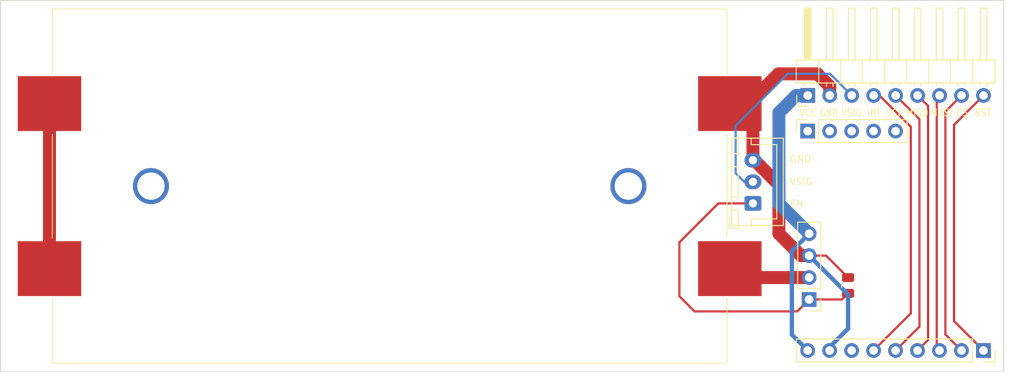
<source format=kicad_pcb>
(kicad_pcb (version 20221018) (generator pcbnew)
  (layers (0 "F.Cu" signal) (31 "B.Cu" signal) (34 "B.Paste" user) (35 "F.Paste" user) (36 "B.SilkS" user "B.Silkscreen") (37 "F.SilkS" user "F.Silkscreen") (38 "B.Mask" user) (39 "F.Mask" user) (44 "Edge.Cuts" user))
  (net 0 "")
  (net 1 "/VBAT")
  (net 2 "/GND")
  (net 3 "/EN")
  (net 4 "/VCC")
  (net 5 "/VSIG")
  (net 6 "/INT")
  (net 7 "/SCK")
  (net 8 "/MISO")
  (net 9 "/MOSI")
  (net 10 "/CS")
  (net 11 "/RST")
  (net 18 "Net-(BAT1-+-Pad4)")
  (footprint "MountingHole:MountingHole_2.2mm_M2" (layer "F.Cu") (at 108 110)
    (fp_text reference "H2" hide)
    (fp_text value "MountingHole" hide)
    (pad "" np_thru_hole circle (at 0 0) (size 2.2 2.2) (drill 2.2) (layers "*.Cu" "*.Mask"))
  )
  (footprint "MountingHole:MountingHole_2.2mm_M2" (layer "F.Cu") (at 218 92.5)
    (fp_text reference "H5" hide)
    (fp_text value "MountingHole" hide)
    (pad "" np_thru_hole circle (at 0 0) (size 2.2 2.2) (drill 2.2) (layers "*.Cu" "*.Mask"))
  )
  (footprint "MountingHole:MountingHole_2.2mm_M2" (layer "F.Cu") (at 108 75)
    (fp_text reference "H1" hide)
    (fp_text value "MountingHole" hide)
    (pad "" np_thru_hole circle (at 0 0) (size 2.2 2.2) (drill 2.2) (layers "*.Cu" "*.Mask"))
  )
  (footprint "Connector_PinHeader_2.54mm:PinHeader_1x09_P2.54mm_Horizontal" (layer "F.Cu") (at 198.34 82 90)
    (fp_text reference "J4" hide)
    (fp_text value "RPI")
    (fp_line (start -1.27 -1.27) (end 0 -1.27) (stroke (width 0.12)) (layer "F.SilkS"))
    (fp_line (start -1.27 0) (end -1.27 -1.27) (stroke (width 0.12)) (layer "F.SilkS"))
    (fp_line (start 1.042929 2.16) (end 1.44 2.16) (stroke (width 0.12)) (layer "F.SilkS"))
    (fp_line (start 1.042929 2.92) (end 1.44 2.92) (stroke (width 0.12)) (layer "F.SilkS"))
    (fp_line (start 1.042929 4.7) (end 1.44 4.7) (stroke (width 0.12)) (layer "F.SilkS"))
    (fp_line (start 1.042929 5.46) (end 1.44 5.46) (stroke (width 0.12)) (layer "F.SilkS"))
    (fp_line (start 1.042929 7.24) (end 1.44 7.24) (stroke (width 0.12)) (layer "F.SilkS"))
    (fp_line (start 1.042929 8) (end 1.44 8) (stroke (width 0.12)) (layer "F.SilkS"))
    (fp_line (start 1.042929 9.78) (end 1.44 9.78) (stroke (width 0.12)) (layer "F.SilkS"))
    (fp_line (start 1.042929 10.54) (end 1.44 10.54) (stroke (width 0.12)) (layer "F.SilkS"))
    (fp_line (start 1.042929 12.32) (end 1.44 12.32) (stroke (width 0.12)) (layer "F.SilkS"))
    (fp_line (start 1.042929 13.08) (end 1.44 13.08) (stroke (width 0.12)) (layer "F.SilkS"))
    (fp_line (start 1.042929 14.86) (end 1.44 14.86) (stroke (width 0.12)) (layer "F.SilkS"))
    (fp_line (start 1.042929 15.62) (end 1.44 15.62) (stroke (width 0.12)) (layer "F.SilkS"))
    (fp_line (start 1.042929 17.4) (end 1.44 17.4) (stroke (width 0.12)) (layer "F.SilkS"))
    (fp_line (start 1.042929 18.16) (end 1.44 18.16) (stroke (width 0.12)) (layer "F.SilkS"))
    (fp_line (start 1.042929 19.94) (end 1.44 19.94) (stroke (width 0.12)) (layer "F.SilkS"))
    (fp_line (start 1.042929 20.7) (end 1.44 20.7) (stroke (width 0.12)) (layer "F.SilkS"))
    (fp_line (start 1.11 -0.38) (end 1.44 -0.38) (stroke (width 0.12)) (layer "F.SilkS"))
    (fp_line (start 1.11 0.38) (end 1.44 0.38) (stroke (width 0.12)) (layer "F.SilkS"))
    (fp_line (start 1.44 -1.33) (end 1.44 21.65) (stroke (width 0.12)) (layer "F.SilkS"))
    (fp_line (start 1.44 1.27) (end 4.1 1.27) (stroke (width 0.12)) (layer "F.SilkS"))
    (fp_line (start 1.44 3.81) (end 4.1 3.81) (stroke (width 0.12)) (layer "F.SilkS"))
    (fp_line (start 1.44 6.35) (end 4.1 6.35) (stroke (width 0.12)) (layer "F.SilkS"))
    (fp_line (start 1.44 8.89) (end 4.1 8.89) (stroke (width 0.12)) (layer "F.SilkS"))
    (fp_line (start 1.44 11.43) (end 4.1 11.43) (stroke (width 0.12)) (layer "F.SilkS"))
    (fp_line (start 1.44 13.97) (end 4.1 13.97) (stroke (width 0.12)) (layer "F.SilkS"))
    (fp_line (start 1.44 16.51) (end 4.1 16.51) (stroke (width 0.12)) (layer "F.SilkS"))
    (fp_line (start 1.44 19.05) (end 4.1 19.05) (stroke (width 0.12)) (layer "F.SilkS"))
    (fp_line (start 1.44 21.65) (end 4.1 21.65) (stroke (width 0.12)) (layer "F.SilkS"))
    (fp_line (start 4.1 -1.33) (end 1.44 -1.33) (stroke (width 0.12)) (layer "F.SilkS"))
    (fp_line (start 4.1 -0.38) (end 10.1 -0.38) (stroke (width 0.12)) (layer "F.SilkS"))
    (fp_line (start 4.1 -0.32) (end 10.1 -0.32) (stroke (width 0.12)) (layer "F.SilkS"))
    (fp_line (start 4.1 -0.2) (end 10.1 -0.2) (stroke (width 0.12)) (layer "F.SilkS"))
    (fp_line (start 4.1 -0.08) (end 10.1 -0.08) (stroke (width 0.12)) (layer "F.SilkS"))
    (fp_line (start 4.1 0.04) (end 10.1 0.04) (stroke (width 0.12)) (layer "F.SilkS"))
    (fp_line (start 4.1 0.16) (end 10.1 0.16) (stroke (width 0.12)) (layer "F.SilkS"))
    (fp_line (start 4.1 0.28) (end 10.1 0.28) (stroke (width 0.12)) (layer "F.SilkS"))
    (fp_line (start 4.1 2.16) (end 10.1 2.16) (stroke (width 0.12)) (layer "F.SilkS"))
    (fp_line (start 4.1 4.7) (end 10.1 4.7) (stroke (width 0.12)) (layer "F.SilkS"))
    (fp_line (start 4.1 7.24) (end 10.1 7.24) (stroke (width 0.12)) (layer "F.SilkS"))
    (fp_line (start 4.1 9.78) (end 10.1 9.78) (stroke (width 0.12)) (layer "F.SilkS"))
    (fp_line (start 4.1 12.32) (end 10.1 12.32) (stroke (width 0.12)) (layer "F.SilkS"))
    (fp_line (start 4.1 14.86) (end 10.1 14.86) (stroke (width 0.12)) (layer "F.SilkS"))
    (fp_line (start 4.1 17.4) (end 10.1 17.4) (stroke (width 0.12)) (layer "F.SilkS"))
    (fp_line (start 4.1 19.94) (end 10.1 19.94) (stroke (width 0.12)) (layer "F.SilkS"))
    (fp_line (start 4.1 21.65) (end 4.1 -1.33) (stroke (width 0.12)) (layer "F.SilkS"))
    (fp_line (start 10.1 -0.38) (end 10.1 0.38) (stroke (width 0.12)) (layer "F.SilkS"))
    (fp_line (start 10.1 0.38) (end 4.1 0.38) (stroke (width 0.12)) (layer "F.SilkS"))
    (fp_line (start 10.1 2.16) (end 10.1 2.92) (stroke (width 0.12)) (layer "F.SilkS"))
    (fp_line (start 10.1 2.92) (end 4.1 2.92) (stroke (width 0.12)) (layer "F.SilkS"))
    (fp_line (start 10.1 4.7) (end 10.1 5.46) (stroke (width 0.12)) (layer "F.SilkS"))
    (fp_line (start 10.1 5.46) (end 4.1 5.46) (stroke (width 0.12)) (layer "F.SilkS"))
    (fp_line (start 10.1 7.24) (end 10.1 8) (stroke (width 0.12)) (layer "F.SilkS"))
    (fp_line (start 10.1 8) (end 4.1 8) (stroke (width 0.12)) (layer "F.SilkS"))
    (fp_line (start 10.1 9.78) (end 10.1 10.54) (stroke (width 0.12)) (layer "F.SilkS"))
    (fp_line (start 10.1 10.54) (end 4.1 10.54) (stroke (width 0.12)) (layer "F.SilkS"))
    (fp_line (start 10.1 12.32) (end 10.1 13.08) (stroke (width 0.12)) (layer "F.SilkS"))
    (fp_line (start 10.1 13.08) (end 4.1 13.08) (stroke (width 0.12)) (layer "F.SilkS"))
    (fp_line (start 10.1 14.86) (end 10.1 15.62) (stroke (width 0.12)) (layer "F.SilkS"))
    (fp_line (start 10.1 15.62) (end 4.1 15.62) (stroke (width 0.12)) (layer "F.SilkS"))
    (fp_line (start 10.1 17.4) (end 10.1 18.16) (stroke (width 0.12)) (layer "F.SilkS"))
    (fp_line (start 10.1 18.16) (end 4.1 18.16) (stroke (width 0.12)) (layer "F.SilkS"))
    (fp_line (start 10.1 19.94) (end 10.1 20.7) (stroke (width 0.12)) (layer "F.SilkS"))
    (fp_line (start 10.1 20.7) (end 4.1 20.7) (stroke (width 0.12)) (layer "F.SilkS"))
    (pad "1" thru_hole rect (at 0 0 90) (size 1.7 1.7) (drill 1) (layers "*.Cu" "*.Mask") (net 4 "/VCC"))
    (pad "2" thru_hole oval (at 0 2.54 90) (size 1.7 1.7) (drill 1) (layers "*.Cu" "*.Mask") (net 2 "/GND"))
    (pad "3" thru_hole oval (at 0 5.08 90) (size 1.7 1.7) (drill 1) (layers "*.Cu" "*.Mask") (net 5 "/VSIG"))
    (pad "4" thru_hole oval (at 0 7.62 90) (size 1.7 1.7) (drill 1) (layers "*.Cu" "*.Mask") (net 6 "/INT"))
    (pad "5" thru_hole oval (at 0 10.16 90) (size 1.7 1.7) (drill 1) (layers "*.Cu" "*.Mask") (net 7 "/SCK"))
    (pad "6" thru_hole oval (at 0 12.7 90) (size 1.7 1.7) (drill 1) (layers "*.Cu" "*.Mask") (net 8 "/MISO"))
    (pad "7" thru_hole oval (at 0 15.24 90) (size 1.7 1.7) (drill 1) (layers "*.Cu" "*.Mask") (net 9 "/MOSI"))
    (pad "8" thru_hole oval (at 0 17.78 90) (size 1.7 1.7) (drill 1) (layers "*.Cu" "*.Mask") (net 10 "/CS"))
    (pad "9" thru_hole oval (at 0 20.32 90) (size 1.7 1.7) (drill 1) (layers "*.Cu" "*.Mask") (net 11 "/RST"))
  )
  (footprint "MountingHole:MountingHole_2.2mm_M2" (layer "F.Cu") (at 193 110)
    (fp_text reference "H4" hide)
    (fp_text value "MountingHole" hide)
    (pad "" np_thru_hole circle (at 0 0) (size 2.2 2.2) (drill 2.2) (layers "*.Cu" "*.Mask"))
  )
  (footprint "Connector_PinHeader_2.54mm:PinHeader_1x04_P2.54mm_Vertical" (layer "F.Cu") (at 198.5 105.62 180)
    (fp_text reference "J1" hide)
    (fp_text value "CNVT")
    (fp_line (start -1.33 -1.33) (end 0 -1.33) (stroke (width 0.12)) (layer "F.SilkS"))
    (fp_line (start -1.33 0) (end -1.33 -1.33) (stroke (width 0.12)) (layer "F.SilkS"))
    (fp_line (start -1.33 1.27) (end -1.33 8.95) (stroke (width 0.12)) (layer "F.SilkS"))
    (fp_line (start -1.33 1.27) (end 1.33 1.27) (stroke (width 0.12)) (layer "F.SilkS"))
    (fp_line (start -1.33 8.95) (end 1.33 8.95) (stroke (width 0.12)) (layer "F.SilkS"))
    (fp_line (start 1.33 1.27) (end 1.33 8.95) (stroke (width 0.12)) (layer "F.SilkS"))
    (pad "1" thru_hole rect (at 0 0 180) (size 1.7 1.7) (drill 1) (layers "*.Cu" "*.Mask") (net 3 "/EN"))
    (pad "2" thru_hole oval (at 0 2.54 180) (size 1.7 1.7) (drill 1) (layers "*.Cu" "*.Mask") (net 1 "/VBAT"))
    (pad "3" thru_hole oval (at 0 5.08 180) (size 1.7 1.7) (drill 1) (layers "*.Cu" "*.Mask") (net 2 "/GND"))
    (pad "4" thru_hole oval (at 0 7.62 180) (size 1.7 1.7) (drill 1) (layers "*.Cu" "*.Mask") (net 4 "/VCC"))
  )
  (footprint "Connector_JST:JST_XH_B3B-XH-A_1x03_P2.50mm_Vertical" (layer "F.Cu") (at 192 94.5 90)
    (fp_text reference "J2" hide)
    (fp_text value "CTRL")
    (fp_line (start -2.85 -2.75) (end -2.85 -1.5) (stroke (width 0.12)) (layer "F.SilkS"))
    (fp_line (start -2.56 -2.46) (end -2.56 3.51) (stroke (width 0.12)) (layer "F.SilkS"))
    (fp_line (start -2.56 3.51) (end 7.56 3.51) (stroke (width 0.12)) (layer "F.SilkS"))
    (fp_line (start -2.55 -2.45) (end -2.55 -1.7) (stroke (width 0.12)) (layer "F.SilkS"))
    (fp_line (start -2.55 -1.7) (end -0.75 -1.7) (stroke (width 0.12)) (layer "F.SilkS"))
    (fp_line (start -2.55 -0.2) (end -1.8 -0.2) (stroke (width 0.12)) (layer "F.SilkS"))
    (fp_line (start -1.8 -0.2) (end -1.8 2.75) (stroke (width 0.12)) (layer "F.SilkS"))
    (fp_line (start -1.8 2.75) (end 2.5 2.75) (stroke (width 0.12)) (layer "F.SilkS"))
    (fp_line (start -1.6 -2.75) (end -2.85 -2.75) (stroke (width 0.12)) (layer "F.SilkS"))
    (fp_line (start -0.75 -2.45) (end -2.55 -2.45) (stroke (width 0.12)) (layer "F.SilkS"))
    (fp_line (start -0.75 -1.7) (end -0.75 -2.45) (stroke (width 0.12)) (layer "F.SilkS"))
    (fp_line (start 0.75 -2.45) (end 0.75 -1.7) (stroke (width 0.12)) (layer "F.SilkS"))
    (fp_line (start 0.75 -1.7) (end 4.25 -1.7) (stroke (width 0.12)) (layer "F.SilkS"))
    (fp_line (start 4.25 -2.45) (end 0.75 -2.45) (stroke (width 0.12)) (layer "F.SilkS"))
    (fp_line (start 4.25 -1.7) (end 4.25 -2.45) (stroke (width 0.12)) (layer "F.SilkS"))
    (fp_line (start 5.75 -2.45) (end 5.75 -1.7) (stroke (width 0.12)) (layer "F.SilkS"))
    (fp_line (start 5.75 -1.7) (end 7.55 -1.7) (stroke (width 0.12)) (layer "F.SilkS"))
    (fp_line (start 6.8 -0.2) (end 6.8 2.75) (stroke (width 0.12)) (layer "F.SilkS"))
    (fp_line (start 6.8 2.75) (end 2.5 2.75) (stroke (width 0.12)) (layer "F.SilkS"))
    (fp_line (start 7.55 -2.45) (end 5.75 -2.45) (stroke (width 0.12)) (layer "F.SilkS"))
    (fp_line (start 7.55 -1.7) (end 7.55 -2.45) (stroke (width 0.12)) (layer "F.SilkS"))
    (fp_line (start 7.55 -0.2) (end 6.8 -0.2) (stroke (width 0.12)) (layer "F.SilkS"))
    (fp_line (start 7.56 -2.46) (end -2.56 -2.46) (stroke (width 0.12)) (layer "F.SilkS"))
    (fp_line (start 7.56 3.51) (end 7.56 -2.46) (stroke (width 0.12)) (layer "F.SilkS"))
    (pad "1" thru_hole roundrect (at 0 0 90) (size 1.7 1.95) (drill 0.95) (layers "*.Cu" "*.Mask") (roundrect_rratio 0.1470588235) (net 3 "/EN"))
    (pad "2" thru_hole oval (at 2.5 0 90) (size 1.7 1.95) (drill 0.95) (layers "*.Cu" "*.Mask") (net 5 "/VSIG"))
    (pad "3" thru_hole oval (at 5 0 90) (size 1.7 1.95) (drill 0.95) (layers "*.Cu" "*.Mask") (net 2 "/GND"))
  )
  (footprint "Connector_PinSocket_2.54mm:PinSocket_1x09_P2.54mm_Vertical" (layer "F.Cu") (at 218.65 111.525 -90)
    (fp_text reference "J5" hide)
    (fp_text value "Radio")
    (fp_line (start -1.33 1.27) (end -1.33 21.65) (stroke (width 0.12)) (layer "F.SilkS"))
    (fp_line (start -1.33 1.27) (end 1.33 1.27) (stroke (width 0.12)) (layer "F.SilkS"))
    (fp_line (start -1.33 21.65) (end 1.33 21.65) (stroke (width 0.12)) (layer "F.SilkS"))
    (fp_line (start 0 -1.33) (end 1.33 -1.33) (stroke (width 0.12)) (layer "F.SilkS"))
    (fp_line (start 1.33 -1.33) (end 1.33 0) (stroke (width 0.12)) (layer "F.SilkS"))
    (fp_line (start 1.33 1.27) (end 1.33 21.65) (stroke (width 0.12)) (layer "F.SilkS"))
    (pad "1" thru_hole rect (at 0 0 270) (size 1.7 1.7) (drill 1) (layers "*.Cu" "*.Mask") (net 11 "/RST"))
    (pad "2" thru_hole oval (at 0 2.54 270) (size 1.7 1.7) (drill 1) (layers "*.Cu" "*.Mask") (net 10 "/CS"))
    (pad "3" thru_hole oval (at 0 5.08 270) (size 1.7 1.7) (drill 1) (layers "*.Cu" "*.Mask") (net 9 "/MOSI"))
    (pad "4" thru_hole oval (at 0 7.62 270) (size 1.7 1.7) (drill 1) (layers "*.Cu" "*.Mask") (net 8 "/MISO"))
    (pad "5" thru_hole oval (at 0 10.16 270) (size 1.7 1.7) (drill 1) (layers "*.Cu" "*.Mask") (net 7 "/SCK"))
    (pad "6" thru_hole oval (at 0 12.7 270) (size 1.7 1.7) (drill 1) (layers "*.Cu" "*.Mask") (net 6 "/INT"))
    (pad "7" thru_hole oval (at 0 15.24 270) (size 1.7 1.7) (drill 1) (layers "*.Cu" "*.Mask"))
    (pad "8" thru_hole oval (at 0 17.78 270) (size 1.7 1.7) (drill 1) (layers "*.Cu" "*.Mask") (net 2 "/GND"))
    (pad "9" thru_hole oval (at 0 20.32 270) (size 1.7 1.7) (drill 1) (layers "*.Cu" "*.Mask") (net 4 "/VCC"))
  )
  (footprint "Resistor_SMD:R_0805_2012Metric" (layer "F.Cu") (at 203 104 -90)
    (fp_text reference "R1" hide)
    (fp_text value "10")
    (fp_line (start -0.227064 -0.735) (end 0.227064 -0.735) (stroke (width 0.12)) (layer "F.SilkS"))
    (fp_line (start -0.227064 0.735) (end 0.227064 0.735) (stroke (width 0.12)) (layer "F.SilkS"))
    (pad "1" smd roundrect (at -0.9125 0 270) (size 1.025 1.4) (layers "F.Cu" "F.Paste" "F.Mask") (roundrect_rratio 0.243902439) (net 2 "/GND"))
    (pad "2" smd roundrect (at 0.9125 0 270) (size 1.025 1.4) (layers "F.Cu" "F.Paste" "F.Mask") (roundrect_rratio 0.243902439) (net 3 "/EN"))
  )
  (footprint "MountingHole:MountingHole_2.2mm_M2" (layer "F.Cu") (at 193 75)
    (fp_text reference "H3" hide)
    (fp_text value "MountingHole" hide)
    (pad "" np_thru_hole circle (at 0 0) (size 2.2 2.2) (drill 2.2) (layers "*.Cu" "*.Mask"))
  )
  (footprint "Avionics:1048P_KEY" (layer "F.Cu") (at 150 92.495 180)
    (fp_text reference "BAT1" hide)
    (fp_text value "1048P" hide)
    (fp_line (start -39 -20.5) (end -39 -13) (stroke (width 0.1)) (layer "F.SilkS"))
    (fp_line (start -39 -20.5) (end 39 -20.5) (stroke (width 0.1)) (layer "F.SilkS"))
    (fp_line (start -39 -6) (end -39 6) (stroke (width 0.1)) (layer "F.SilkS"))
    (fp_line (start -39 13) (end -39 20.5) (stroke (width 0.1)) (layer "F.SilkS"))
    (fp_line (start -39 20.5) (end 39 20.5) (stroke (width 0.1)) (layer "F.SilkS"))
    (fp_line (start 39 -20.5) (end 39 -13) (stroke (width 0.1)) (layer "F.SilkS"))
    (fp_line (start 39 6) (end 39 -6) (stroke (width 0.1)) (layer "F.SilkS"))
    (fp_line (start 39 20.5) (end 39 13) (stroke (width 0.1)) (layer "F.SilkS"))
    (pad "" np_thru_hole circle (at -27.6 0 180) (size 4.17 4.17) (drill 3.17) (layers "F&B.Cu" "*.Mask"))
    (pad "" np_thru_hole circle (at -27.6 17.505 180) (size 3.45 3.45) (drill 3.45) (layers "F&B.Cu" "*.Mask"))
    (pad "" np_thru_hole circle (at 27.6 -17.505 180) (size 3.45 3.45) (drill 3.45) (layers "F&B.Cu" "*.Mask"))
    (pad "" np_thru_hole circle (at 27.6 0 180) (size 4.17 4.17) (drill 3.17) (layers "F&B.Cu" "*.Mask"))
    (pad "" np_thru_hole circle (at 35.82 17.505 180) (size 2.39 2.39) (drill 2.39) (layers "F&B.Cu" "*.Mask"))
    (pad "1" smd rect (at -39.33 -9.555 180) (size 7.34 6.35) (layers "F.Cu" "F.Paste" "F.Mask") (net 1 "/VBAT"))
    (pad "2" smd rect (at -39.33 9.555 180) (size 7.34 6.35) (layers "F.Cu" "F.Paste" "F.Mask") (net 2 "/GND"))
    (pad "3" smd rect (at 39.33 -9.555 180) (size 7.34 6.35) (layers "F.Cu" "F.Paste" "F.Mask") (net 18 "Net-(BAT1-+-Pad4)"))
    (pad "4" smd rect (at 39.33 9.555 180) (size 7.34 6.35) (layers "F.Cu" "F.Paste" "F.Mask") (net 18 "Net-(BAT1-+-Pad4)"))
  )
  (footprint "Connector_PinSocket_2.54mm:PinSocket_1x05_P2.54mm_Vertical" (layer "F.Cu") (at 198.33 86.125 90)
    (fp_text reference "J6" hide)
    (fp_text value "Radio" hide)
    (fp_line (start -1.33 1.27) (end -1.33 11.49) (stroke (width 0.12)) (layer "F.SilkS"))
    (fp_line (start -1.33 1.27) (end 1.33 1.27) (stroke (width 0.12)) (layer "F.SilkS"))
    (fp_line (start -1.33 11.49) (end 1.33 11.49) (stroke (width 0.12)) (layer "F.SilkS"))
    (fp_line (start 0 -1.33) (end 1.33 -1.33) (stroke (width 0.12)) (layer "F.SilkS"))
    (fp_line (start 1.33 -1.33) (end 1.33 0) (stroke (width 0.12)) (layer "F.SilkS"))
    (fp_line (start 1.33 1.27) (end 1.33 11.49) (stroke (width 0.12)) (layer "F.SilkS"))
    (pad "1" thru_hole rect (at 0 0 90) (size 1.7 1.7) (drill 1) (layers "*.Cu" "*.Mask"))
    (pad "2" thru_hole oval (at 0 2.54 90) (size 1.7 1.7) (drill 1) (layers "*.Cu" "*.Mask"))
    (pad "3" thru_hole oval (at 0 5.08 90) (size 1.7 1.7) (drill 1) (layers "*.Cu" "*.Mask"))
    (pad "4" thru_hole oval (at 0 7.62 90) (size 1.7 1.7) (drill 1) (layers "*.Cu" "*.Mask"))
    (pad "5" thru_hole oval (at 0 10.16 90) (size 1.7 1.7) (drill 1) (layers "*.Cu" "*.Mask"))
  )
  (gr_rect (start 105 71) (end 221 114) (stroke (width 0.1)) (fill none) (layer "Edge.Cuts"))
  (gr_text "MOSI" (at 213.8 84) (layer "F.SilkS") (effects (font (size 0.8 0.7) (thickness 0.1) bold)))
  (gr_text "VSIG" (at 203.4 84) (layer "F.SilkS") (effects (font (size 0.8 0.7) (thickness 0.1) bold)))
  (gr_text "VCC" (at 198.4 84) (layer "F.SilkS") (effects (font (size 0.8 0.7) (thickness 0.1) bold)))
  (gr_text "SCK" (at 208.4 84) (layer "F.SilkS") (effects (font (size 0.8 0.7) (thickness 0.1) bold)))
  (gr_text "GND" (at 200.8 84) (layer "F.SilkS") (effects (font (size 0.8 0.7) (thickness 0.1) bold)))
  (gr_text "MISO" (at 211 84) (layer "F.SilkS") (effects (font (size 0.8 0.7) (thickness 0.1) bold)))
  (gr_text "INT" (at 206 84) (layer "F.SilkS") (effects (font (size 0.8 0.7) (thickness 0.1) bold)))
  (gr_text "CS" (at 216.2 84) (layer "F.SilkS") (effects (font (size 0.8 0.7) (thickness 0.1) bold)))
  (gr_text "RST" (at 218.6 84) (layer "F.SilkS") (effects (font (size 0.8 0.7) (thickness 0.1) bold)))
  (gr_text "GND\n\nVSIG\n\nEN" (at 196.2 95) (layer "F.SilkS") (effects (font (size 0.8 0.8) (thickness 0.1)) (justify left bottom)))
  (segment (start 192.54 103.08) (end 198.5 103.08) (width 1.5) (layer "F.Cu") (net 1))
  (segment (start 191.51 102.05) (end 192.54 103.08) (width 1.5) (layer "F.Cu") (net 1))
  (segment (start 191.51 82.94) (end 192 83.43) (width 1.5) (layer "F.Cu") (net 2))
  (segment (start 192 89.5) (end 192.170584 89.5) (width 1.5) (layer "F.Cu") (net 2))
  (segment (start 199.44 79.5) (end 200.88 80.94) (width 1.5) (layer "F.Cu") (net 2))
  (segment (start 195 92.329416) (end 195 98) (width 1.5) (layer "F.Cu") (net 2))
  (segment (start 200.88 80.94) (end 200.88 82) (width 1.5) (layer "F.Cu") (net 2))
  (segment (start 197.54 100.54) (end 198.5 100.54) (width 1.5) (layer "F.Cu") (net 2))
  (segment (start 192 83.43) (end 192 89.5) (width 1.5) (layer "F.Cu") (net 2))
  (segment (start 192.170584 89.5) (end 195 92.329416) (width 1.5) (layer "F.Cu") (net 2))
  (segment (start 194.95 79.5) (end 199.44 79.5) (width 1.5) (layer "F.Cu") (net 2))
  (segment (start 195 98) (end 197.54 100.54) (width 1.5) (layer "F.Cu") (net 2))
  (segment (start 191.51 82.94) (end 191.51 85.5975) (width 0.5) (layer "F.Cu") (net 2))
  (segment (start 203 103.0875) (end 200.4525 100.54) (width 0.25) (layer "F.Cu") (net 2))
  (segment (start 200.4525 100.54) (end 198.5 100.54) (width 0.25) (layer "F.Cu") (net 2))
  (segment (start 191.51 82.94) (end 194.95 79.5) (width 1.5) (layer "F.Cu") (net 2))
  (segment (start 200.87 111.13) (end 203 109) (width 0.5) (layer "B.Cu") (net 2))
  (segment (start 203 105.04) (end 198.5 100.54) (width 0.5) (layer "B.Cu") (net 2))
  (segment (start 200.87 111.525) (end 200.87 111.13) (width 0.5) (layer "B.Cu") (net 2))
  (segment (start 203 109) (end 203 105.04) (width 0.5) (layer "B.Cu") (net 2))
  (segment (start 183.5 99) (end 188 94.5) (width 0.25) (layer "F.Cu") (net 3))
  (segment (start 197.12 107) (end 185.25 107) (width 0.25) (layer "F.Cu") (net 3))
  (segment (start 183.5 105.25) (end 183.5 99) (width 0.25) (layer "F.Cu") (net 3))
  (segment (start 188 94.5) (end 192 94.5) (width 0.25) (layer "F.Cu") (net 3))
  (segment (start 202.2925 105.62) (end 203 104.9125) (width 0.25) (layer "F.Cu") (net 3))
  (segment (start 185.25 107) (end 183.5 105.25) (width 0.25) (layer "F.Cu") (net 3))
  (segment (start 198.5 105.62) (end 197.12 107) (width 0.25) (layer "F.Cu") (net 3))
  (segment (start 198.5 105.62) (end 202.2925 105.62) (width 0.25) (layer "F.Cu") (net 3))
  (segment (start 198.33 111.525) (end 196.5 109.695) (width 0.5) (layer "B.Cu") (net 4))
  (segment (start 196.5 109.695) (end 196.5 100) (width 0.5) (layer "B.Cu") (net 4))
  (segment (start 196.5 100) (end 198.5 98) (width 0.5) (layer "B.Cu") (net 4))
  (segment (start 198.5 98) (end 195 94.5) (width 1.5) (layer "B.Cu") (net 4))
  (segment (start 195 94.5) (end 195 84) (width 1.5) (layer "B.Cu") (net 4))
  (segment (start 195 84) (end 197 82) (width 1.5) (layer "B.Cu") (net 4))
  (segment (start 197 82) (end 198.34 82) (width 1.5) (layer "B.Cu") (net 4))
  (segment (start 191 92) (end 190 91) (width 0.25) (layer "B.Cu") (net 5))
  (segment (start 190 91) (end 190 85.5) (width 0.25) (layer "B.Cu") (net 5))
  (segment (start 190 85.5) (end 196 79.5) (width 0.25) (layer "B.Cu") (net 5))
  (segment (start 200.92 79.5) (end 203.42 82) (width 0.25) (layer "B.Cu") (net 5))
  (segment (start 196 79.5) (end 200.92 79.5) (width 0.25) (layer "B.Cu") (net 5))
  (segment (start 192 92) (end 191 92) (width 0.25) (layer "B.Cu") (net 5))
  (segment (start 210.25 107.225) (end 205.95 111.525) (width 0.25) (layer "F.Cu") (net 6))
  (segment (start 205.96 82) (end 206.625 82) (width 0.25) (layer "F.Cu") (net 6))
  (segment (start 206.625 82) (end 210.25 85.625) (width 0.25) (layer "F.Cu") (net 6))
  (segment (start 210.25 85.625) (end 210.25 107.225) (width 0.25) (layer "F.Cu") (net 6))
  (segment (start 211.25 108.765) (end 208.49 111.525) (width 0.25) (layer "F.Cu") (net 7))
  (segment (start 208.5 82) (end 211.25 84.75) (width 0.25) (layer "F.Cu") (net 7))
  (segment (start 211.25 84.75) (end 211.25 108.765) (width 0.25) (layer "F.Cu") (net 7))
  (segment (start 212.25 83.21) (end 212.25 110.305) (width 0.25) (layer "F.Cu") (net 8))
  (segment (start 211.04 82) (end 212.25 83.21) (width 0.25) (layer "F.Cu") (net 8))
  (segment (start 212.25 110.305) (end 211.03 111.525) (width 0.25) (layer "F.Cu") (net 8))
  (segment (start 213.25 111.205) (end 213.57 111.525) (width 0.25) (layer "F.Cu") (net 9))
  (segment (start 213.58 82) (end 213.25 82.33) (width 0.25) (layer "F.Cu") (net 9))
  (segment (start 213.25 82.33) (end 213.25 111.205) (width 0.25) (layer "F.Cu") (net 9))
  (segment (start 214.25 109.665) (end 216.11 111.525) (width 0.25) (layer "F.Cu") (net 10))
  (segment (start 214.25 83.87) (end 214.25 109.665) (width 0.25) (layer "F.Cu") (net 10))
  (segment (start 216.12 82) (end 214.25 83.87) (width 0.25) (layer "F.Cu") (net 10))
  (segment (start 218.66 82) (end 215.25 85.41) (width 0.25) (layer "F.Cu") (net 11))
  (segment (start 215.25 108.125) (end 218.65 111.525) (width 0.25) (layer "F.Cu") (net 11))
  (segment (start 215.25 85.41) (end 215.25 108.125) (width 0.25) (layer "F.Cu") (net 11))
  (segment (start 110.67 82.94) (end 110.67 102.05) (width 1.5) (layer "F.Cu") (net 18))
)
</source>
